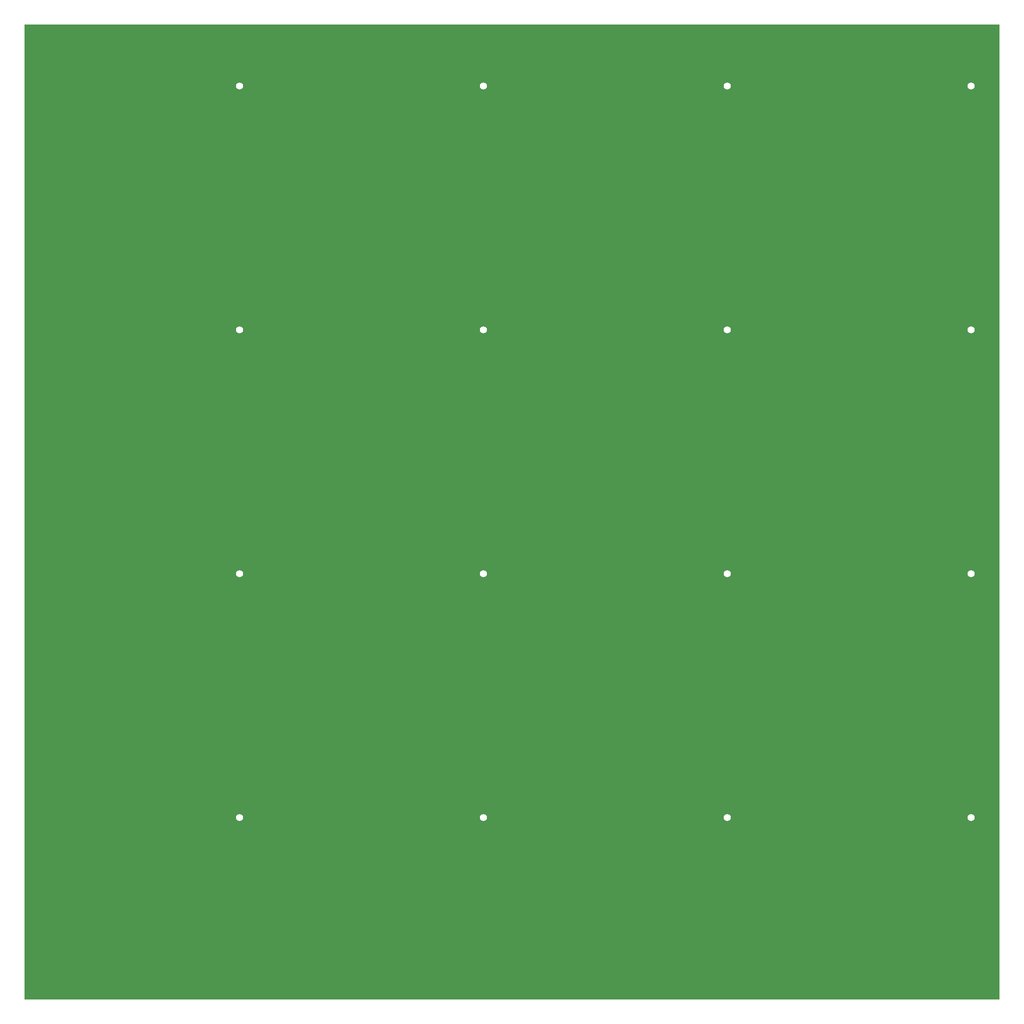
<source format=gbr>
G04 =======================================* 
G04 File Format: RS-274X * 
G04 Date:        April 20 2025 * 
G04 Time:        16:54:29 * 
G04 =======================================* 
G04 Format description *** 
G04 Code:          ASCII * 
G04 Unit:          Millimeter * 
G04 Coordinates:   Absolut * 
G04 Digits:        3.3-format * 
G04 Zeros skipped: Leading zeros omitted * 
G04 =======================================* 
%FSLAX33Y33*%
%MOMM*%
G90*
G71*
%ADD10C,1.4*%
%LPD*%
G36*
G01X96012Y96007D02*
G01X-95987Y96007D01*
G01X-95987Y-95992D01*
G01X96012Y-95992D01*
G37*
%LPC*%
G54D10*
X-53587Y-60162D03*
G54D10*
X-5587Y-60162D03*
G54D10*
X42412Y-60162D03*
G54D10*
X90412Y-60162D03*
G54D10*
X-53587Y-12162D03*
G54D10*
X-5587Y-12162D03*
G54D10*
X42412Y-12162D03*
G54D10*
X90412Y-12162D03*
G54D10*
X-53587Y35837D03*
G54D10*
X-5587Y35837D03*
G54D10*
X42412Y35837D03*
G54D10*
X90412Y35837D03*
G54D10*
X-53587Y83837D03*
G54D10*
X-5587Y83837D03*
G54D10*
X42412Y83837D03*
G54D10*
X90412Y83837D03*
M02* 
G04 End Of Gerber File* 

</source>
